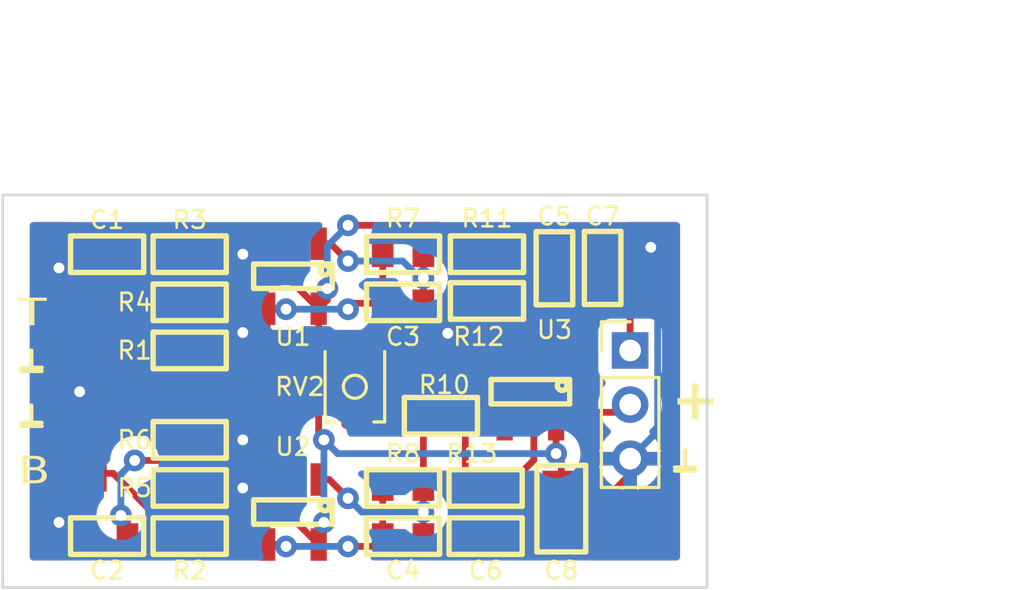
<source format=kicad_pcb>
(kicad_pcb (version 20221018) (generator pcbnew)
  (title_block (title "Piezo-pickup impedance converter, split pickup") (date "2024-01-30") (rev "2") (company "Thiadmer Riemersma"))
  (layers (0 "F.Cu" signal) (31 "B.Cu" signal) (34 "B.Paste" user) (35 "F.Paste" user) (36 "B.SilkS" user "B.Silkscreen") (37 "F.SilkS" user "F.Silkscreen") (38 "B.Mask" user) (39 "F.Mask" user) (44 "Edge.Cuts" user))
  (net 0 "")
  (net 1 "GND")
  (net 2 "Net-(U1-+)")
  (net 3 "Net-(U2-+)")
  (net 4 "Net-(U1--)")
  (net 5 "Net-(C3-Pad2)")
  (net 6 "Net-(J3-Pin_1)")
  (net 7 "+9V")
  (net 8 "Net-(U2--)")
  (net 9 "Net-(C4-Pad2)")
  (net 10 "Net-(U3-+)")
  (net 11 "Net-(C6-Pad2)")
  (net 12 "Net-(U3--)")
  (net 13 "Net-(J4-Pin_1)")
  (net 14 "Net-(J5-Pin_1)")
  (footprint "VisualPlace:0603" (layer "F.Cu") (at 120.142 91.694 90)
    (fp_text reference "C7" (at 1.905 0 180) (layer "F.SilkS") (effects (font (size 0.65 0.65) (thickness 0.0975))))
    (fp_text value "1u" hide)
    (fp_line (start -1.35 -0.675) (end 1.35 -0.675) (stroke (width 0.2)) (layer "F.SilkS"))
    (fp_line (start -1.35 0.675) (end -1.35 -0.675) (stroke (width 0.2)) (layer "F.SilkS"))
    (fp_line (start 1.35 -0.675) (end 1.35 0.675) (stroke (width 0.2)) (layer "F.SilkS"))
    (fp_line (start 1.35 0.675) (end -1.35 0.675) (stroke (width 0.2)) (layer "F.SilkS"))
    (pad "1" smd rect (at -0.75 0 90) (size 0.8 0.95) (layers "F.Cu" "F.Paste" "F.Mask") (net 11 "Net-(C6-Pad2)"))
    (pad "2" smd rect (at 0.75 0 90) (size 0.8 0.95) (layers "F.Cu" "F.Paste" "F.Mask") (net 14 "Net-(J5-Pin_1)"))
  )
  (footprint "VisualPlace:0603" (layer "F.Cu") (at 112.776 92.964)
    (fp_text reference "C3" (at 0 1.27) (layer "F.SilkS") (effects (font (size 0.65 0.65) (thickness 0.0975))))
    (fp_text value "39p" hide)
    (fp_line (start -1.35 -0.675) (end 1.35 -0.675) (stroke (width 0.2)) (layer "F.SilkS"))
    (fp_line (start -1.35 0.675) (end -1.35 -0.675) (stroke (width 0.2)) (layer "F.SilkS"))
    (fp_line (start 1.35 -0.675) (end 1.35 0.675) (stroke (width 0.2)) (layer "F.SilkS"))
    (fp_line (start 1.35 0.675) (end -1.35 0.675) (stroke (width 0.2)) (layer "F.SilkS"))
    (pad "1" smd rect (at -0.75 0) (size 0.8 0.95) (layers "F.Cu" "F.Paste" "F.Mask") (net 4 "Net-(U1--)"))
    (pad "2" smd rect (at 0.75 0) (size 0.8 0.95) (layers "F.Cu" "F.Paste" "F.Mask") (net 5 "Net-(C3-Pad2)"))
  )
  (footprint "VisualPlace:SOT23-5" (layer "F.Cu") (at 108.712 100.711 -90)
    (fp_text reference "U2" (at -2.413 0 -180) (layer "F.SilkS") (effects (font (size 0.65 0.65) (thickness 0.0975))))
    (fp_text value "OPA1677" hide)
    (fp_line (start -0.45 -1.45) (end 0.45 -1.45) (stroke (width 0.2)) (layer "F.SilkS"))
    (fp_line (start -0.45 1.45) (end -0.45 -1.45) (stroke (width 0.2)) (layer "F.SilkS"))
    (fp_line (start 0.45 -1.45) (end 0.45 1.45) (stroke (width 0.2)) (layer "F.SilkS"))
    (fp_line (start 0.45 1.45) (end -0.45 1.45) (stroke (width 0.2)) (layer "F.SilkS"))
    (fp_circle (center -0.225 -1.175) (end -0.3 -1.15) (stroke (width 0.2)) (fill none) (layer "F.SilkS"))
    (pad "1" smd rect (at -1.2 -0.95 270) (size 1.2 0.6) (layers "F.Cu" "F.Paste" "F.Mask") (net 9 "Net-(C4-Pad2)"))
    (pad "2" smd rect (at -1.2 0 270) (size 1.2 0.6) (layers "F.Cu" "F.Paste" "F.Mask") (net 1 "GND"))
    (pad "3" smd rect (at -1.2 0.95 270) (size 1.2 0.6) (layers "F.Cu" "F.Paste" "F.Mask") (net 3 "Net-(U2-+)"))
    (pad "4" smd rect (at 1.2 0.95 270) (size 1.2 0.6) (layers "F.Cu" "F.Paste" "F.Mask") (net 8 "Net-(U2--)"))
    (pad "5" smd rect (at 1.2 -0.95 270) (size 1.2 0.6) (layers "F.Cu" "F.Paste" "F.Mask") (net 7 "+9V"))
  )
  (footprint "VisualPlace:0603" (layer "F.Cu") (at 115.824 101.6)
    (fp_text reference "C6" (at 0 1.27) (layer "F.SilkS") (effects (font (size 0.65 0.65) (thickness 0.0975))))
    (fp_text value "100p" hide)
    (fp_line (start -1.35 -0.675) (end 1.35 -0.675) (stroke (width 0.2)) (layer "F.SilkS"))
    (fp_line (start -1.35 0.675) (end -1.35 -0.675) (stroke (width 0.2)) (layer "F.SilkS"))
    (fp_line (start 1.35 -0.675) (end 1.35 0.675) (stroke (width 0.2)) (layer "F.SilkS"))
    (fp_line (start 1.35 0.675) (end -1.35 0.675) (stroke (width 0.2)) (layer "F.SilkS"))
    (pad "1" smd rect (at -0.75 0) (size 0.8 0.95) (layers "F.Cu" "F.Paste" "F.Mask") (net 12 "Net-(U3--)"))
    (pad "2" smd rect (at 0.75 0) (size 0.8 0.95) (layers "F.Cu" "F.Paste" "F.Mask") (net 11 "Net-(C6-Pad2)"))
  )
  (footprint "TrimPots:TC42" (layer "F.Cu") (at 110.998 96.082 -90)
    (fp_text reference "RV2" (at 0 2.032 unlocked) (layer "F.SilkS") (effects (font (size 0.65 0.65) (thickness 0.1))))
    (fp_text value "20k" hide)
    (fp_line (start -1.3 -1.1) (end 1.3 -1.1) (stroke (width 0.12)) (layer "F.SilkS"))
    (fp_line (start 1.3 -1.1) (end 1.3 -0.8) (stroke (width 0.12)) (layer "F.SilkS"))
    (fp_line (start 1.3 -0.8) (end 1.3 -0.7) (stroke (width 0.12)) (layer "F.SilkS"))
    (fp_line (start 1.3 0.7) (end 1.3 1.1) (stroke (width 0.12)) (layer "F.SilkS"))
    (fp_line (start 1.3 1.1) (end -1.3 1.1) (stroke (width 0.12)) (layer "F.SilkS"))
    (fp_circle (center 0 0) (end 0.3 0.3) (stroke (width 0.12)) (fill none) (layer "F.SilkS"))
    (pad "1" smd roundrect (at -1.4 -0.6 270) (size 0.8 0.7) (layers "F.Cu" "F.Paste" "F.Mask") (net 5 "Net-(C3-Pad2)"))
    (pad "2" smd roundrect (at 1.2 0 270) (size 0.7 1) (layers "F.Cu" "F.Paste" "F.Mask") (net 12 "Net-(U3--)"))
    (pad "3" smd roundrect (at -1.4 0.6 270) (size 0.8 0.7) (layers "F.Cu" "F.Paste" "F.Mask"))
  )
  (footprint "VisualPlace:0603" (layer "F.Cu") (at 112.776 91.186)
    (fp_text reference "R7" (at 0 -1.325) (layer "F.SilkS") (effects (font (size 0.65 0.65) (thickness 0.0975))))
    (fp_text value "1M" hide)
    (fp_line (start -1.35 -0.675) (end 1.35 -0.675) (stroke (width 0.2)) (layer "F.SilkS"))
    (fp_line (start -1.35 0.675) (end -1.35 -0.675) (stroke (width 0.2)) (layer "F.SilkS"))
    (fp_line (start 1.35 -0.675) (end 1.35 0.675) (stroke (width 0.2)) (layer "F.SilkS"))
    (fp_line (start 1.35 0.675) (end -1.35 0.675) (stroke (width 0.2)) (layer "F.SilkS"))
    (pad "1" smd rect (at -0.75 0) (size 0.8 0.95) (layers "F.Cu" "F.Paste" "F.Mask") (net 4 "Net-(U1--)"))
    (pad "2" smd rect (at 0.75 0) (size 0.8 0.95) (layers "F.Cu" "F.Paste" "F.Mask") (net 5 "Net-(C3-Pad2)"))
  )
  (footprint "VisualPlace:SOT23-5" (layer "F.Cu") (at 117.475 96.266 -90)
    (fp_text reference "U3" (at -2.286 -0.889 -180) (layer "F.SilkS") (effects (font (size 0.65 0.65) (thickness 0.0975))))
    (fp_text value "OPA1677" hide)
    (fp_line (start -0.45 -1.45) (end 0.45 -1.45) (stroke (width 0.2)) (layer "F.SilkS"))
    (fp_line (start -0.45 1.45) (end -0.45 -1.45) (stroke (width 0.2)) (layer "F.SilkS"))
    (fp_line (start 0.45 -1.45) (end 0.45 1.45) (stroke (width 0.2)) (layer "F.SilkS"))
    (fp_line (start 0.45 1.45) (end -0.45 1.45) (stroke (width 0.2)) (layer "F.SilkS"))
    (fp_circle (center -0.225 -1.175) (end -0.3 -1.15) (stroke (width 0.2)) (fill none) (layer "F.SilkS"))
    (pad "1" smd rect (at -1.2 -0.95 270) (size 1.2 0.6) (layers "F.Cu" "F.Paste" "F.Mask") (net 11 "Net-(C6-Pad2)"))
    (pad "2" smd rect (at -1.2 0 270) (size 1.2 0.6) (layers "F.Cu" "F.Paste" "F.Mask") (net 1 "GND"))
    (pad "3" smd rect (at -1.2 0.95 270) (size 1.2 0.6) (layers "F.Cu" "F.Paste" "F.Mask") (net 10 "Net-(U3-+)"))
    (pad "4" smd rect (at 1.2 0.95 270) (size 1.2 0.6) (layers "F.Cu" "F.Paste" "F.Mask") (net 12 "Net-(U3--)"))
    (pad "5" smd rect (at 1.2 -0.95 270) (size 1.2 0.6) (layers "F.Cu" "F.Paste" "F.Mask") (net 7 "+9V"))
  )
  (footprint "VisualPlace:0603" (layer "F.Cu") (at 104.902 92.964)
    (fp_text reference "R4" (at -2.032 0) (layer "F.SilkS") (effects (font (size 0.65 0.65) (thickness 0.0975))))
    (fp_text value "47k" hide)
    (fp_line (start -1.35 -0.675) (end 1.35 -0.675) (stroke (width 0.2)) (layer "F.SilkS"))
    (fp_line (start -1.35 0.675) (end -1.35 -0.675) (stroke (width 0.2)) (layer "F.SilkS"))
    (fp_line (start 1.35 -0.675) (end 1.35 0.675) (stroke (width 0.2)) (layer "F.SilkS"))
    (fp_line (start 1.35 0.675) (end -1.35 0.675) (stroke (width 0.2)) (layer "F.SilkS"))
    (pad "1" smd rect (at -0.75 0) (size 0.8 0.95) (layers "F.Cu" "F.Paste" "F.Mask") (net 2 "Net-(U1-+)"))
    (pad "2" smd rect (at 0.75 0) (size 0.8 0.95) (layers "F.Cu" "F.Paste" "F.Mask") (net 1 "GND"))
  )
  (footprint "VisualPlace:0603" (layer "F.Cu") (at 101.854 91.186 180)
    (fp_text reference "C1" (at 0 1.27 180) (layer "F.SilkS") (effects (font (size 0.65 0.65) (thickness 0.0975))))
    (fp_text value "220n" hide)
    (fp_line (start -1.35 -0.675) (end 1.35 -0.675) (stroke (width 0.2)) (layer "F.SilkS"))
    (fp_line (start -1.35 0.675) (end -1.35 -0.675) (stroke (width 0.2)) (layer "F.SilkS"))
    (fp_line (start 1.35 -0.675) (end 1.35 0.675) (stroke (width 0.2)) (layer "F.SilkS"))
    (fp_line (start 1.35 0.675) (end -1.35 0.675) (stroke (width 0.2)) (layer "F.SilkS"))
    (pad "1" smd rect (at -0.75 0 180) (size 0.8 0.95) (layers "F.Cu" "F.Paste" "F.Mask") (net 2 "Net-(U1-+)"))
    (pad "2" smd rect (at 0.75 0 180) (size 0.8 0.95) (layers "F.Cu" "F.Paste" "F.Mask") (net 1 "GND"))
  )
  (footprint "VisualPlace:SOT23-5" (layer "F.Cu") (at 108.712 92 -90)
    (fp_text reference "U1" (at 2.234 0 -180) (layer "F.SilkS") (effects (font (size 0.65 0.65) (thickness 0.0975))))
    (fp_text value "OPA1677" hide)
    (fp_line (start -0.45 -1.45) (end 0.45 -1.45) (stroke (width 0.2)) (layer "F.SilkS"))
    (fp_line (start -0.45 1.45) (end -0.45 -1.45) (stroke (width 0.2)) (layer "F.SilkS"))
    (fp_line (start 0.45 -1.45) (end 0.45 1.45) (stroke (width 0.2)) (layer "F.SilkS"))
    (fp_line (start 0.45 1.45) (end -0.45 1.45) (stroke (width 0.2)) (layer "F.SilkS"))
    (fp_circle (center -0.225 -1.175) (end -0.3 -1.15) (stroke (width 0.2)) (fill none) (layer "F.SilkS"))
    (pad "1" smd rect (at -1.2 -0.95 270) (size 1.2 0.6) (layers "F.Cu" "F.Paste" "F.Mask") (net 5 "Net-(C3-Pad2)"))
    (pad "2" smd rect (at -1.2 0 270) (size 1.2 0.6) (layers "F.Cu" "F.Paste" "F.Mask") (net 1 "GND"))
    (pad "3" smd rect (at -1.2 0.95 270) (size 1.2 0.6) (layers "F.Cu" "F.Paste" "F.Mask") (net 2 "Net-(U1-+)"))
    (pad "4" smd rect (at 1.2 0.95 270) (size 1.2 0.6) (layers "F.Cu" "F.Paste" "F.Mask") (net 4 "Net-(U1--)"))
    (pad "5" smd rect (at 1.2 -0.95 270) (size 1.2 0.6) (layers "F.Cu" "F.Paste" "F.Mask") (net 7 "+9V"))
  )
  (footprint "VisualPlace:0603" (layer "F.Cu") (at 104.902 98.044)
    (fp_text reference "R6" (at -2.032 0) (layer "F.SilkS") (effects (font (size 0.65 0.65) (thickness 0.0975))))
    (fp_text value "47k" hide)
    (fp_line (start -1.35 -0.675) (end 1.35 -0.675) (stroke (width 0.2)) (layer "F.SilkS"))
    (fp_line (start -1.35 0.675) (end -1.35 -0.675) (stroke (width 0.2)) (layer "F.SilkS"))
    (fp_line (start 1.35 -0.675) (end 1.35 0.675) (stroke (width 0.2)) (layer "F.SilkS"))
    (fp_line (start 1.35 0.675) (end -1.35 0.675) (stroke (width 0.2)) (layer "F.SilkS"))
    (pad "1" smd rect (at -0.75 0) (size 0.8 0.95) (layers "F.Cu" "F.Paste" "F.Mask") (net 3 "Net-(U2-+)"))
    (pad "2" smd rect (at 0.75 0) (size 0.8 0.95) (layers "F.Cu" "F.Paste" "F.Mask") (net 1 "GND"))
  )
  (footprint "VisualPlace:0603" (layer "F.Cu") (at 104.902 94.742)
    (fp_text reference "R1" (at -2.032 0) (layer "F.SilkS") (effects (font (size 0.65 0.65) (thickness 0.0975))))
    (fp_text value "1M" hide)
    (fp_line (start -1.35 -0.675) (end 1.35 -0.675) (stroke (width 0.2)) (layer "F.SilkS"))
    (fp_line (start -1.35 0.675) (end -1.35 -0.675) (stroke (width 0.2)) (layer "F.SilkS"))
    (fp_line (start 1.35 -0.675) (end 1.35 0.675) (stroke (width 0.2)) (layer "F.SilkS"))
    (fp_line (start 1.35 0.675) (end -1.35 0.675) (stroke (width 0.2)) (layer "F.SilkS"))
    (pad "1" smd rect (at -0.75 0) (size 0.8 0.95) (layers "F.Cu" "F.Paste" "F.Mask") (net 6 "Net-(J3-Pin_1)"))
    (pad "2" smd rect (at 0.75 0) (size 0.8 0.95) (layers "F.Cu" "F.Paste" "F.Mask") (net 4 "Net-(U1--)"))
  )
  (footprint "VisualPlace:0603" (layer "F.Cu") (at 115.824 99.822)
    (fp_text reference "R13" (at -0.508 -1.27) (layer "F.SilkS") (effects (font (size 0.65 0.65) (thickness 0.0975))))
    (fp_text value "47k" hide)
    (fp_line (start -1.35 -0.675) (end 1.35 -0.675) (stroke (width 0.2)) (layer "F.SilkS"))
    (fp_line (start -1.35 0.675) (end -1.35 -0.675) (stroke (width 0.2)) (layer "F.SilkS"))
    (fp_line (start 1.35 -0.675) (end 1.35 0.675) (stroke (width 0.2)) (layer "F.SilkS"))
    (fp_line (start 1.35 0.675) (end -1.35 0.675) (stroke (width 0.2)) (layer "F.SilkS"))
    (pad "1" smd rect (at -0.75 0) (size 0.8 0.95) (layers "F.Cu" "F.Paste" "F.Mask") (net 12 "Net-(U3--)"))
    (pad "2" smd rect (at 0.75 0) (size 0.8 0.95) (layers "F.Cu" "F.Paste" "F.Mask") (net 11 "Net-(C6-Pad2)"))
  )
  (footprint "VisualPlace:0603" (layer "F.Cu") (at 118.364 91.706 -90)
    (fp_text reference "C5" (at -1.917 0) (layer "F.SilkS") (effects (font (size 0.65 0.65) (thickness 0.0975))))
    (fp_text value "220n" hide)
    (fp_line (start -1.35 -0.675) (end 1.35 -0.675) (stroke (width 0.2)) (layer "F.SilkS"))
    (fp_line (start -1.35 0.675) (end -1.35 -0.675) (stroke (width 0.2)) (layer "F.SilkS"))
    (fp_line (start 1.35 -0.675) (end 1.35 0.675) (stroke (width 0.2)) (layer "F.SilkS"))
    (fp_line (start 1.35 0.675) (end -1.35 0.675) (stroke (width 0.2)) (layer "F.SilkS"))
    (pad "1" smd rect (at -0.75 0 270) (size 0.8 0.95) (layers "F.Cu" "F.Paste" "F.Mask") (net 10 "Net-(U3-+)"))
    (pad "2" smd rect (at 0.75 0 270) (size 0.8 0.95) (layers "F.Cu" "F.Paste" "F.Mask") (net 1 "GND"))
  )
  (footprint "VisualPlace:0603" (layer "F.Cu") (at 104.902 91.186 180)
    (fp_text reference "R3" (at 0 1.27) (layer "F.SilkS") (effects (font (size 0.65 0.65) (thickness 0.0975))))
    (fp_text value "47k" hide)
    (fp_line (start -1.35 -0.675) (end 1.35 -0.675) (stroke (width 0.2)) (layer "F.SilkS"))
    (fp_line (start -1.35 0.675) (end -1.35 -0.675) (stroke (width 0.2)) (layer "F.SilkS"))
    (fp_line (start 1.35 -0.675) (end 1.35 0.675) (stroke (width 0.2)) (layer "F.SilkS"))
    (fp_line (start 1.35 0.675) (end -1.35 0.675) (stroke (width 0.2)) (layer "F.SilkS"))
    (pad "1" smd rect (at -0.75 0 180) (size 0.8 0.95) (layers "F.Cu" "F.Paste" "F.Mask") (net 7 "+9V"))
    (pad "2" smd rect (at 0.75 0 180) (size 0.8 0.95) (layers "F.Cu" "F.Paste" "F.Mask") (net 2 "Net-(U1-+)"))
  )
  (footprint "VisualPlace:0603" (layer "F.Cu") (at 114.173 97.155)
    (fp_text reference "R10" (at 0.127 -1.143) (layer "F.SilkS") (effects (font (size 0.65 0.65) (thickness 0.0975))))
    (fp_text value "10k" hide)
    (fp_line (start -1.35 -0.675) (end 1.35 -0.675) (stroke (width 0.2)) (layer "F.SilkS"))
    (fp_line (start -1.35 0.675) (end -1.35 -0.675) (stroke (width 0.2)) (layer "F.SilkS"))
    (fp_line (start 1.35 -0.675) (end 1.35 0.675) (stroke (width 0.2)) (layer "F.SilkS"))
    (fp_line (start 1.35 0.675) (end -1.35 0.675) (stroke (width 0.2)) (layer "F.SilkS"))
    (pad "1" smd rect (at -0.75 0) (size 0.8 0.95) (layers "F.Cu" "F.Paste" "F.Mask") (net 9 "Net-(C4-Pad2)"))
    (pad "2" smd rect (at 0.75 0) (size 0.8 0.95) (layers "F.Cu" "F.Paste" "F.Mask") (net 12 "Net-(U3--)"))
  )
  (footprint "VisualPlace:0603" (layer "F.Cu") (at 112.776 99.822)
    (fp_text reference "R8" (at 0 -1.27) (layer "F.SilkS") (effects (font (size 0.65 0.65) (thickness 0.0975))))
    (fp_text value "1M" hide)
    (fp_line (start -1.35 -0.675) (end 1.35 -0.675) (stroke (width 0.2)) (layer "F.SilkS"))
    (fp_line (start -1.35 0.675) (end -1.35 -0.675) (stroke (width 0.2)) (layer "F.SilkS"))
    (fp_line (start 1.35 -0.675) (end 1.35 0.675) (stroke (width 0.2)) (layer "F.SilkS"))
    (fp_line (start 1.35 0.675) (end -1.35 0.675) (stroke (width 0.2)) (layer "F.SilkS"))
    (pad "1" smd rect (at -0.75 0) (size 0.8 0.95) (layers "F.Cu" "F.Paste" "F.Mask") (net 8 "Net-(U2--)"))
    (pad "2" smd rect (at 0.75 0) (size 0.8 0.95) (layers "F.Cu" "F.Paste" "F.Mask") (net 9 "Net-(C4-Pad2)"))
  )
  (footprint "Connector_PinHeader_2.00mm:PinHeader_1x02_P2.00mm_Vertical" (layer "F.Cu") (at 100.838 99.282 180)
    (fp_text reference "J4" hide)
    (fp_text value "piezo" hide)
    (pad "1" smd rect (at 0 0 180) (size 2 1.35) (layers "F.Cu" "F.Paste" "F.Mask") (net 13 "Net-(J4-Pin_1)"))
    (pad "2" smd rect (at 0 2 180) (size 2 1.35) (layers "F.Cu" "F.Paste" "F.Mask") (net 1 "GND"))
  )
  (footprint "VisualPlace:0603" (layer "F.Cu") (at 115.8748 92.9132 180)
    (fp_text reference "R12" (at 0.3048 -1.3208) (layer "F.SilkS") (effects (font (size 0.65 0.65) (thickness 0.0975))))
    (fp_text value "47k" hide)
    (fp_line (start -1.35 -0.675) (end 1.35 -0.675) (stroke (width 0.2)) (layer "F.SilkS"))
    (fp_line (start -1.35 0.675) (end -1.35 -0.675) (stroke (width 0.2)) (layer "F.SilkS"))
    (fp_line (start 1.35 -0.675) (end 1.35 0.675) (stroke (width 0.2)) (layer "F.SilkS"))
    (fp_line (start 1.35 0.675) (end -1.35 0.675) (stroke (width 0.2)) (layer "F.SilkS"))
    (pad "1" smd rect (at -0.75 0 180) (size 0.8 0.95) (layers "F.Cu" "F.Paste" "F.Mask") (net 10 "Net-(U3-+)"))
    (pad "2" smd rect (at 0.75 0 180) (size 0.8 0.95) (layers "F.Cu" "F.Paste" "F.Mask") (net 1 "GND"))
  )
  (footprint "VisualPlace:0603" (layer "F.Cu") (at 104.902 101.6)
    (fp_text reference "R2" (at 0 1.27) (layer "F.SilkS") (effects (font (size 0.65 0.65) (thickness 0.0975))))
    (fp_text value "1M" hide)
    (fp_line (start -1.35 -0.675) (end 1.35 -0.675) (stroke (width 0.2)) (layer "F.SilkS"))
    (fp_line (start -1.35 0.675) (end -1.35 -0.675) (stroke (width 0.2)) (layer "F.SilkS"))
    (fp_line (start 1.35 -0.675) (end 1.35 0.675) (stroke (width 0.2)) (layer "F.SilkS"))
    (fp_line (start 1.35 0.675) (end -1.35 0.675) (stroke (width 0.2)) (layer "F.SilkS"))
    (pad "1" smd rect (at -0.75 0) (size 0.8 0.95) (layers "F.Cu" "F.Paste" "F.Mask") (net 13 "Net-(J4-Pin_1)"))
    (pad "2" smd rect (at 0.75 0) (size 0.8 0.95) (layers "F.Cu" "F.Paste" "F.Mask") (net 8 "Net-(U2--)"))
  )
  (footprint "VisualPlace:0603" (layer "F.Cu") (at 112.776 101.6)
    (fp_text reference "C4" (at 0 1.27) (layer "F.SilkS") (effects (font (size 0.65 0.65) (thickness 0.0975))))
    (fp_text value "100p" hide)
    (fp_line (start -1.35 -0.675) (end 1.35 -0.675) (stroke (width 0.2)) (layer "F.SilkS"))
    (fp_line (start -1.35 0.675) (end -1.35 -0.675) (stroke (width 0.2)) (layer "F.SilkS"))
    (fp_line (start 1.35 -0.675) (end 1.35 0.675) (stroke (width 0.2)) (layer "F.SilkS"))
    (fp_line (start 1.35 0.675) (end -1.35 0.675) (stroke (width 0.2)) (layer "F.SilkS"))
    (pad "1" smd rect (at -0.75 0) (size 0.8 0.95) (layers "F.Cu" "F.Paste" "F.Mask") (net 8 "Net-(U2--)"))
    (pad "2" smd rect (at 0.75 0) (size 0.8 0.95) (layers "F.Cu" "F.Paste" "F.Mask") (net 9 "Net-(C4-Pad2)"))
  )
  (footprint "VisualPlace:0603" (layer "F.Cu") (at 101.854 101.6 180)
    (fp_text reference "C2" (at 0 -1.27 180) (layer "F.SilkS") (effects (font (size 0.65 0.65) (thickness 0.0975))))
    (fp_text value "220n" hide)
    (fp_line (start -1.35 -0.675) (end 1.35 -0.675) (stroke (width 0.2)) (layer "F.SilkS"))
    (fp_line (start -1.35 0.675) (end -1.35 -0.675) (stroke (width 0.2)) (layer "F.SilkS"))
    (fp_line (start 1.35 -0.675) (end 1.35 0.675) (stroke (width 0.2)) (layer "F.SilkS"))
    (fp_line (start 1.35 0.675) (end -1.35 0.675) (stroke (width 0.2)) (layer "F.SilkS"))
    (pad "1" smd rect (at -0.75 0 180) (size 0.8 0.95) (layers "F.Cu" "F.Paste" "F.Mask") (net 3 "Net-(U2-+)"))
    (pad "2" smd rect (at 0.75 0 180) (size 0.8 0.95) (layers "F.Cu" "F.Paste" "F.Mask") (net 1 "GND"))
  )
  (footprint "Connector_PinHeader_2.00mm:PinHeader_1x03_P2.00mm_Vertical" (layer "F.Cu") (at 121.158 94.742)
    (fp_text reference "J5" hide)
    (fp_text value "output" hide)
    (fp_line (start -1.06 -1.06) (end 0 -1.06) (stroke (width 0.12)) (layer "F.SilkS"))
    (fp_line (start -1.06 0) (end -1.06 -1.06) (stroke (width 0.12)) (layer "F.SilkS"))
    (fp_line (start -1.06 1) (end -1.06 5.06) (stroke (width 0.12)) (layer "F.SilkS"))
    (fp_line (start -1.06 1) (end 1.06 1) (stroke (width 0.12)) (layer "F.SilkS"))
    (fp_line (start -1.06 5.06) (end 1.06 5.06) (stroke (width 0.12)) (layer "F.SilkS"))
    (fp_line (start 1.06 1) (end 1.06 5.06) (stroke (width 0.12)) (layer "F.SilkS"))
    (pad "1" thru_hole rect (at 0 0) (size 1.35 1.35) (drill 0.8) (layers "*.Cu" "*.Mask") (net 14 "Net-(J5-Pin_1)"))
    (pad "2" thru_hole oval (at 0 2) (size 1.35 1.35) (drill 0.8) (layers "*.Cu" "*.Mask") (net 7 "+9V"))
    (pad "3" thru_hole oval (at 0 4) (size 1.35 1.35) (drill 0.8) (layers "*.Cu" "*.Mask") (net 1 "GND"))
  )
  (footprint "VisualPlace:0603" (layer "F.Cu") (at 104.902 99.822 180)
    (fp_text reference "R5" (at 2.032 0) (layer "F.SilkS") (effects (font (size 0.65 0.65) (thickness 0.0975))))
    (fp_text value "47k" hide)
    (fp_line (start -1.35 -0.675) (end 1.35 -0.675) (stroke (width 0.2)) (layer "F.SilkS"))
    (fp_line (start -1.35 0.675) (end -1.35 -0.675) (stroke (width 0.2)) (layer "F.SilkS"))
    (fp_line (start 1.35 -0.675) (end 1.35 0.675) (stroke (width 0.2)) (layer "F.SilkS"))
    (fp_line (start 1.35 0.675) (end -1.35 0.675) (stroke (width 0.2)) (layer "F.SilkS"))
    (pad "1" smd rect (at -0.75 0 180) (size 0.8 0.95) (layers "F.Cu" "F.Paste" "F.Mask") (net 7 "+9V"))
    (pad "2" smd rect (at 0.75 0 180) (size 0.8 0.95) (layers "F.Cu" "F.Paste" "F.Mask") (net 3 "Net-(U2-+)"))
  )
  (footprint "VisualPlace:0805" (layer "F.Cu") (at 118.618 100.584 -90)
    (fp_text reference "C8" (at 2.286 0 -180) (layer "F.SilkS") (effects (font (size 0.65 0.65) (thickness 0.0975))))
    (fp_text value "4u7" hide)
    (fp_line (start -1.6 -0.9) (end 1.6 -0.9) (stroke (width 0.2)) (layer "F.SilkS"))
    (fp_line (start -1.6 0.9) (end -1.6 -0.9) (stroke (width 0.2)) (layer "F.SilkS"))
    (fp_line (start 1.6 -0.9) (end 1.6 0.9) (stroke (width 0.2)) (layer "F.SilkS"))
    (fp_line (start 1.6 0.9) (end -1.6 0.9) (stroke (width 0.2)) (layer "F.SilkS"))
    (pad "1" smd rect (at -0.95 0 270) (size 0.9 1.4) (layers "F.Cu" "F.Paste" "F.Mask") (net 7 "+9V"))
    (pad "2" smd rect (at 0.95 0 270) (size 0.9 1.4) (layers "F.Cu" "F.Paste" "F.Mask") (net 1 "GND"))
  )
  (footprint "Connector_PinHeader_2.00mm:PinHeader_1x02_P2.00mm_Vertical" (layer "F.Cu") (at 100.838 93.218)
    (fp_text reference "J3" hide)
    (fp_text value "piezo" hide)
    (pad "1" smd rect (at 0 0) (size 2 1.35) (layers "F.Cu" "F.Paste" "F.Mask") (net 6 "Net-(J3-Pin_1)"))
    (pad "2" smd rect (at 0 2) (size 2 1.35) (layers "F.Cu" "F.Paste" "F.Mask") (net 1 "GND"))
  )
  (footprint "VisualPlace:0603" (layer "F.Cu") (at 115.8748 91.186)
    (fp_text reference "R11" (at 0 -1.325) (layer "F.SilkS") (effects (font (size 0.65 0.65) (thickness 0.0975))))
    (fp_text value "47k" hide)
    (fp_line (start -1.35 -0.675) (end 1.35 -0.675) (stroke (width 0.2)) (layer "F.SilkS"))
    (fp_line (start -1.35 0.675) (end -1.35 -0.675) (stroke (width 0.2)) (layer "F.SilkS"))
    (fp_line (start 1.35 -0.675) (end 1.35 0.675) (stroke (width 0.2)) (layer "F.SilkS"))
    (fp_line (start 1.35 0.675) (end -1.35 0.675) (stroke (width 0.2)) (layer "F.SilkS"))
    (pad "1" smd rect (at -0.75 0) (size 0.8 0.95) (layers "F.Cu" "F.Paste" "F.Mask") (net 7 "+9V"))
    (pad "2" smd rect (at 0.75 0) (size 0.8 0.95) (layers "F.Cu" "F.Paste" "F.Mask") (net 10 "Net-(U3-+)"))
  )
  (gr_line (start 122.809 99.06) (end 123.571 99.06) (stroke (width 0.15)) (layer "F.SilkS"))
  (gr_line (start 98.679 97.409) (end 99.441 97.409) (stroke (width 0.15)) (layer "F.SilkS"))
  (gr_line (start 98.679 95.504) (end 99.441 95.504) (stroke (width 0.15)) (layer "F.SilkS"))
  (gr_line (start 98.679 95.377) (end 99.441 95.377) (stroke (width 0.15)) (layer "F.SilkS"))
  (gr_line (start 122.809 99.187) (end 123.571 99.187) (stroke (width 0.15)) (layer "F.SilkS"))
  (gr_line (start 98.679 97.536) (end 99.441 97.536) (stroke (width 0.15)) (layer "F.SilkS"))
  (gr_line (start 123.19 99.06) (end 123.19 98.425) (stroke (width 0.15)) (layer "F.SilkS"))
  (gr_line (start 99.06 97.409) (end 99.06 96.774) (stroke (width 0.15)) (layer "F.SilkS"))
  (gr_line (start 99.06 95.377) (end 99.06 94.742) (stroke (width 0.15)) (layer "F.SilkS"))
  (gr_line (start 124 89) (end 98 89) (stroke (width 0.1)) (layer "Edge.Cuts"))
  (gr_line (start 98 89) (end 98 103.5) (stroke (width 0.1)) (layer "Edge.Cuts"))
  (gr_line (start 98 103.5) (end 124 103.5) (stroke (width 0.1)) (layer "Edge.Cuts"))
  (gr_line (start 124 103.5) (end 124 89) (stroke (width 0.1)) (layer "Edge.Cuts"))
  (gr_text "B" (at 98.552 99.822) (layer "F.SilkS") (effects (font (size 1 1.25)) (justify left bottom)))
  (gr_text "T" (at 98.552 93.98) (layer "F.SilkS") (effects (font (size 1 1.25)) (justify left bottom)))
  (gr_text "+" (at 122.682 97.536) (layer "F.SilkS") (effects (font (size 1.5 1.5) (thickness 0.3) bold) (justify left bottom)))
  (segment (start 107.294 100.436) (end 106.862498 100.004498) (width 0.25) (layer "F.Cu") (net 1))
  (segment (start 118.364 92.456) (end 118.364 93.577) (width 0.25) (layer "F.Cu") (net 1))
  (segment (start 121.158 98.742) (end 121.158 99.314) (width 0.25) (layer "F.Cu") (net 1))
  (segment (start 107.188 91.725) (end 106.862498 91.399498) (width 0.25) (layer "F.Cu") (net 1))
  (segment (start 118.364 93.577) (end 117.475 94.466) (width 0.25) (layer "F.Cu") (net 1))
  (segment (start 100.584 101.6) (end 100.076 101.092) (width 0.25) (layer "F.Cu") (net 1))
  (segment (start 108.637 100.436) (end 107.294 100.436) (width 0.25) (layer "F.Cu") (net 1))
  (segment (start 108.712 100.361) (end 108.637 100.436) (width 0.25) (layer "F.Cu") (net 1))
  (segment (start 118.938 101.534) (end 118.618 101.534) (width 0.25) (layer "F.Cu") (net 1))
  (segment (start 117.475 95.916) (end 117.4 95.991) (width 0.25) (layer "F.Cu") (net 1))
  (segment (start 105.744904 92.964) (end 106.862498 94.081594) (width 0.25) (layer "F.Cu") (net 1))
  (segment (start 106.862498 91.399498) (end 106.862498 91.186) (width 0.25) (layer "F.Cu") (net 1))
  (segment (start 117.4 95.991) (end 116.057 95.991) (width 0.25) (layer "F.Cu") (net 1))
  (segment (start 115.050998 94.106998) (end 114.427 94.106998) (width 0.25) (layer "F.Cu") (net 1))
  (segment (start 115.648 95.582) (end 115.648 94.704) (width 0.25) (layer "F.Cu") (net 1))
  (segment (start 100.584 91.186) (end 100.076 91.694) (width 0.25) (layer "F.Cu") (net 1))
  (segment (start 105.652 98.044) (end 106.862498 98.044) (width 0.25) (layer "F.Cu") (net 1))
  (segment (start 100.838 97.282) (end 100.838 96.266) (width 0.25) (layer "F.Cu") (net 1))
  (segment (start 108.427 91.725) (end 107.188 91.725) (width 0.25) (layer "F.Cu") (net 1))
  (segment (start 108.712 99.511) (end 108.712 100.361) (width 0.25) (layer "F.Cu") (net 1))
  (segment (start 116.057 95.991) (end 115.648 95.582) (width 0.25) (layer "F.Cu") (net 1))
  (segment (start 100.838 95.218) (end 100.838 96.266) (width 0.25) (layer "F.Cu") (net 1))
  (segment (start 117.475 95.066) (end 117.475 95.916) (width 0.25) (layer "F.Cu") (net 1))
  (segment (start 108.712 91.44) (end 108.458 91.694) (width 0.25) (layer "F.Cu") (net 1))
  (segment (start 115.1248 92.9132) (end 115.1248 93.409198) (width 0.25) (layer "F.Cu") (net 1))
  (segment (start 101.104 101.6) (end 100.584 101.6) (width 0.25) (layer "F.Cu") (net 1))
  (segment (start 117.475 94.466) (end 117.475 95.066) (width 0.25) (layer "F.Cu") (net 1))
  (segment (start 115.648 94.704) (end 115.050998 94.106998) (width 0.25) (layer "F.Cu") (net 1))
  (segment (start 105.652 92.964) (end 105.744904 92.964) (width 0.25) (layer "F.Cu") (net 1))
  (segment (start 108.458 91.694) (end 108.427 91.725) (width 0.25) (layer "F.Cu") (net 1))
  (segment (start 101.104 91.186) (end 100.584 91.186) (width 0.25) (layer "F.Cu") (net 1))
  (segment (start 115.1248 93.409198) (end 114.427 94.106998) (width 0.25) (layer "F.Cu") (net 1))
  (segment (start 121.158 99.314) (end 118.938 101.534) (width 0.25) (layer "F.Cu") (net 1))
  (segment (start 108.712 90.8) (end 108.712 91.44) (width 0.25) (layer "F.Cu") (net 1))
  (segment (start 106.862498 100.004498) (end 106.862498 99.822) (width 0.25) (layer "F.Cu") (net 1))
  (via (at 114.427 94.106998) (size 0.8) (drill 0.4) (layers "F.Cu" "B.Cu") (net 1))
  (via (at 106.862498 94.081594) (size 0.8) (drill 0.4) (layers "F.Cu" "B.Cu") (net 1))
  (via (at 106.862498 98.044) (size 0.8) (drill 0.4) (layers "F.Cu" "B.Cu") (net 1))
  (via (at 106.862498 91.186) (size 0.8) (drill 0.4) (layers "F.Cu" "B.Cu") (net 1))
  (via (at 100.076 101.092) (size 0.8) (drill 0.4) (layers "F.Cu" "B.Cu") (net 1))
  (via (at 121.92 90.932) (size 0.8) (drill 0.4) (layers "F.Cu" "B.Cu") (net 1))
  (via (at 100.076 91.694) (size 0.8) (drill 0.4) (layers "F.Cu" "B.Cu") (net 1))
  (via (at 100.838 96.266) (size 0.8) (drill 0.4) (layers "F.Cu" "B.Cu") (net 1))
  (via (at 106.862498 99.822) (size 0.8) (drill 0.4) (layers "F.Cu" "B.Cu") (net 1))
  (segment (start 121.158 98.742) (end 122.174 97.726) (width 0.25) (layer "B.Cu") (net 1))
  (segment (start 100.076 91.694) (end 100.076 95.504) (width 0.25) (layer "B.Cu") (net 1))
  (segment (start 100.076 101.092) (end 100.076 97.028) (width 0.25) (layer "B.Cu") (net 1))
  (segment (start 106.862498 94.0816) (end 106.862498 94.081594) (width 0.25) (layer "B.Cu") (net 1))
  (segment (start 100.076 97.028) (end 100.838 96.266) (width 0.25) (layer "B.Cu") (net 1))
  (segment (start 106.862498 94.0816) (end 106.862498 96) (width 0.25) (layer "B.Cu") (net 1))
  (segment (start 106.862498 96.266) (end 106.862498 98.044) (width 0.25) (layer "B.Cu") (net 1))
  (segment (start 114.426998 94.107) (end 114.427 94.106998) (width 0.25) (layer "B.Cu") (net 1))
  (segment (start 106.862498 96) (end 106.862498 96.266) (width 0.25) (layer "B.Cu") (net 1))
  (segment (start 122.174 97.726) (end 122.174 91.186) (width 0.25) (layer "B.Cu") (net 1))
  (segment (start 106.862498 91.186) (end 106.862498 94.081594) (width 0.25) (layer "B.Cu") (net 1))
  (segment (start 106.887898 94.107) (end 114.426998 94.107) (width 0.25) (layer "B.Cu") (net 1))
  (segment (start 106.862498 94.0816) (end 106.887898 94.107) (width 0.25) (layer "B.Cu") (net 1))
  (segment (start 106.862498 98.044) (end 106.862498 99.822) (width 0.25) (layer "B.Cu") (net 1))
  (segment (start 100.076 95.504) (end 100.838 96.266) (width 0.25) (layer "B.Cu") (net 1))
  (segment (start 100.838 96.266) (end 106.862498 96.266) (width 0.25) (layer "B.Cu") (net 1))
  (segment (start 122.174 91.186) (end 121.92 90.932) (width 0.25) (layer "B.Cu") (net 1))
  (segment (start 105.168 90.17) (end 104.152 91.186) (width 0.25) (layer "F.Cu") (net 2))
  (segment (start 104.152 91.186) (end 102.604 91.186) (width 0.25) (layer "F.Cu") (net 2))
  (segment (start 104.152 91.186) (end 104.152 92.964) (width 0.25) (layer "F.Cu") (net 2))
  (segment (start 107.132 90.17) (end 105.168 90.17) (width 0.25) (layer "F.Cu") (net 2))
  (segment (start 107.762 90.8) (end 107.132 90.17) (width 0.25) (layer "F.Cu") (net 2))
  (segment (start 102.604 101.08) (end 102.362 100.838) (width 0.25) (layer "F.Cu") (net 3))
  (segment (start 107.273 99.022) (end 104.19 99.022) (width 0.25) (layer "F.Cu") (net 3))
  (segment (start 102.87 98.806) (end 104.152 98.806) (width 0.25) (layer "F.Cu") (net 3))
  (segment (start 104.152 99.06) (end 104.152 98.806) (width 0.25) (layer "F.Cu") (net 3))
  (segment (start 104.19 99.022) (end 104.152 99.06) (width 0.25) (layer "F.Cu") (net 3))
  (segment (start 104.152 98.806) (end 104.152 98.044) (width 0.25) (layer "F.Cu") (net 3))
  (segment (start 102.604 101.6) (end 102.604 101.08) (width 0.25) (layer "F.Cu") (net 3))
  (segment (start 107.762 99.511) (end 107.273 99.022) (width 0.25) (layer "F.Cu") (net 3))
  (segment (start 104.152 99.822) (end 104.152 99.06) (width 0.25) (layer "F.Cu") (net 3))
  (via (at 102.87 98.806) (size 0.8) (drill 0.4) (layers "F.Cu" "B.Cu") (net 3))
  (via (at 102.362 100.838) (size 0.8) (drill 0.4) (layers "F.Cu" "B.Cu") (net 3))
  (segment (start 102.362 99.314) (end 102.87 98.806) (width 0.25) (layer "B.Cu") (net 3))
  (segment (start 102.362 100.838) (end 102.362 99.314) (width 0.25) (layer "B.Cu") (net 3))
  (segment (start 107.762 93.2) (end 108.44 93.2) (width 0.25) (layer "F.Cu") (net 4))
  (segment (start 112.026 93) (end 110.962 93) (width 0.25) (layer "F.Cu") (net 4))
  (segment (start 107.762 94.278116) (end 107.762 93.2) (width 0.25) (layer "F.Cu") (net 4))
  (segment (start 112.026 91.186) (end 112.026 93) (width 0.25) (layer "F.Cu") (net 4))
  (segment (start 108.44 93.2) (end 108.458 93.218) (width 0.25) (layer "F.Cu") (net 4))
  (segment (start 105.766602 94.856602) (end 107.183514 94.856602) (width 0.25) (layer "F.Cu") (net 4))
  (segment (start 107.183514 94.856602) (end 107.762 94.278116) (width 0.25) (layer "F.Cu") (net 4))
  (segment (start 110.962 93) (end 110.744 93.218) (width 0.25) (layer "F.Cu") (net 4))
  (segment (start 105.652 94.742) (end 105.766602 94.856602) (width 0.25) (layer "F.Cu") (net 4))
  (via (at 108.458 93.218) (size 0.8) (drill 0.4) (layers "F.Cu" "B.Cu") (net 4))
  (via (at 110.744 93.218) (size 0.8) (drill 0.4) (layers "F.Cu" "B.Cu") (net 4))
  (segment (start 108.458 93.218) (end 110.744 93.218) (width 0.25) (layer "B.Cu") (net 4))
  (segment (start 110.104 90.8) (end 110.744 91.44) (width 0.25) (layer "F.Cu") (net 5))
  (segment (start 109.662 90.8) (end 110.104 90.8) (width 0.25) (layer "F.Cu") (net 5))
  (segment (start 113.526 92.964) (end 111.808 94.682) (width 0.25) (layer "F.Cu") (net 5))
  (segment (start 111.808 94.682) (end 111.598 94.682) (width 0.25) (layer "F.Cu") (net 5))
  (segment (start 113.526 91.186) (end 113.526 93) (width 0.25) (layer "F.Cu") (net 5))
  (via (at 110.744 91.44) (size 0.8) (drill 0.4) (layers "F.Cu" "B.Cu") (net 5))
  (via (at 113.526 92.075) (size 0.8) (drill 0.4) (layers "F.Cu" "B.Cu") (net 5))
  (segment (start 112.763992 91.44) (end 113.526 92.202008) (width 0.25) (layer "B.Cu") (net 5))
  (segment (start 110.744 91.44) (end 112.763992 91.44) (width 0.25) (layer "B.Cu") (net 5))
  (segment (start 102.108 93.218) (end 103.632 94.742) (width 0.25) (layer "F.Cu") (net 6))
  (segment (start 103.632 94.742) (end 104.152 94.742) (width 0.25) (layer "F.Cu") (net 6))
  (segment (start 100.838 93.218) (end 102.108 93.218) (width 0.25) (layer "F.Cu") (net 6))
  (segment (start 109.662 93.2) (end 109.982 92.88) (width 0.25) (layer "F.Cu") (net 7))
  (segment (start 109.982 92.88) (end 109.982 92.456) (width 0.25) (layer "F.Cu") (net 7))
  (segment (start 109.662 93.2) (end 109.662 97.851) (width 0.25) (layer "F.Cu") (net 7))
  (segment (start 120.872 97.028) (end 118.863 97.028) (width 0.25) (layer "F.Cu") (net 7))
  (segment (start 108.664 92.202) (end 106.766 92.202) (width 0.25) (layer "F.Cu") (net 7))
  (segment (start 118.618 99.634) (end 118.618 98.745) (width 0.25) (layer "F.Cu") (net 7))
  (segment (start 108.637 100.886) (end 107.107604 100.886) (width 0.25) (layer "F.Cu") (net 7))
  (segment (start 118.863 97.028) (end 118.425 97.466) (width 0.25) (layer "F.Cu") (net 7))
  (segment (start 109.662 101.911) (end 108.637 100.886) (width 0.25) (layer "F.Cu") (net 7))
  (segment (start 109.662 93.2) (end 108.664 92.202) (width 0.25) (layer "F.Cu") (net 7))
  (segment (start 114.058 90.1192) (end 110.744 90.1192) (width 0.25) (layer "F.Cu") (net 7))
  (segment (start 106.818604 100.597) (end 106.427 100.597) (width 0.25) (layer "F.Cu") (net 7))
  (segment (start 109.662 101.911) (end 109.662 101.285) (width 0.25) (layer "F.Cu") (net 7))
  (segment (start 115.1248 91.186) (end 114.058 90.1192) (width 0.25) (layer "F.Cu") (net 7))
  (segment (start 106.766 92.202) (end 105.75 91.186) (width 0.25) (layer "F.Cu") (net 7))
  (segment (start 107.107604 100.886) (end 106.818604 100.597) (width 0.25) (layer "F.Cu") (net 7))
  (segment (start 109.662 101.285) (end 109.855 101.092) (width 0.25) (layer "F.Cu") (net 7))
  (segment (start 118.425 97.466) (end 118.425 98.552) (width 0.25) (layer "F.Cu") (net 7))
  (segment (start 106.427 100.597) (end 105.652 99.822) (width 0.25) (layer "F.Cu") (net 7))
  (segment (start 118.618 98.745) (end 118.425 98.552) (width 0.25) (layer "F.Cu") (net 7))
  (segment (start 109.662 97.851) (end 109.855 98.044) (width 0.25) (layer "F.Cu") (net 7))
  (segment (start 121.158 96.742) (end 120.872 97.028) (width 0.25) (layer "F.Cu") (net 7))
  (via (at 109.855 98.044) (size 0.8) (drill 0.4) (layers "F.Cu" "B.Cu") (net 7))
  (via (at 109.982 92.456) (size 0.8) (drill 0.4) (layers "F.Cu" "B.Cu") (net 7))
  (via (at 118.425 98.552) (size 0.8) (drill 0.4) (layers "F.Cu" "B.Cu") (net 7))
  (via (at 109.855 101.092) (size 0.8) (drill 0.4) (layers "F.Cu" "B.Cu") (net 7))
  (via (at 110.744 90.1192) (size 0.8) (drill 0.4) (layers "F.Cu" "B.Cu") (net 7))
  (segment (start 110.744 90.1192) (end 109.982 90.8812) (width 0.25) (layer "B.Cu") (net 7))
  (segment (start 110.363 98.552) (end 109.855 98.044) (width 0.25) (layer "B.Cu") (net 7))
  (segment (start 109.855 101.092) (end 109.855 98.044) (width 0.25) (layer "B.Cu") (net 7))
  (segment (start 109.982 90.8812) (end 109.982 92.456) (width 0.25) (layer "B.Cu") (net 7))
  (segment (start 118.425 98.552) (end 110.363 98.552) (width 0.25) (layer "B.Cu") (net 7))
  (segment (start 105.963 101.911) (end 105.652 101.6) (width 0.25) (layer "F.Cu") (net 8))
  (segment (start 107.762 101.911) (end 105.963 101.911) (width 0.25) (layer "F.Cu") (net 8))
  (segment (start 110.744 101.981) (end 111.645 101.981) (width 0.25) (layer "F.Cu") (net 8))
  (segment (start 111.645 101.981) (end 112.026 101.6) (width 0.25) (layer "F.Cu") (net 8))
  (segment (start 108.388 101.911) (end 108.458 101.981) (width 0.25) (layer "F.Cu") (net 8))
  (segment (start 112.026 99.822) (end 112.026 101.6) (width 0.25) (layer "F.Cu") (net 8))
  (segment (start 107.762 101.911) (end 108.388 101.911) (width 0.25) (layer "F.Cu") (net 8))
  (via (at 108.458 101.981) (size 0.8) (drill 0.4) (layers "F.Cu" "B.Cu") (net 8))
  (via (at 110.744 101.981) (size 0.8) (drill 0.4) (layers "F.Cu" "B.Cu") (net 8))
  (segment (start 108.458 101.981) (end 110.744 101.981) (width 0.25) (layer "B.Cu") (net 8))
  (segment (start 113.526 99.822) (end 113.526 100.711) (width 0.25) (layer "F.Cu") (net 9))
  (segment (start 110.052 99.511) (end 110.744 100.203) (width 0.25) (layer "F.Cu") (net 9))
  (segment (start 113.526 97.258) (end 113.423 97.155) (width 0.25) (layer "F.Cu") (net 9))
  (segment (start 113.526 99.822) (end 113.526 97.258) (width 0.25) (layer "F.Cu") (net 9))
  (segment (start 113.526 100.711) (end 113.526 101.6) (width 0.25) (layer "F.Cu") (net 9))
  (segment (start 109.662 99.511) (end 110.052 99.511) (width 0.25) (layer "F.Cu") (net 9))
  (via (at 113.526 100.711) (size 0.8) (drill 0.4) (layers "F.Cu" "B.Cu") (net 9))
  (via (at 110.744 100.203) (size 0.8) (drill 0.4) (layers "F.Cu" "B.Cu") (net 9))
  (segment (start 113.526 100.711) (end 111.252 100.711) (width 0.25) (layer "B.Cu") (net 9))
  (segment (start 111.252 100.711) (end 110.744 100.203) (width 0.25) (layer "B.Cu") (net 9))
  (segment (start 116.6248 92.9132) (end 116.6248 94.9662) (width 0.25) (layer "F.Cu") (net 10))
  (segment (start 118.364 90.956) (end 116.8548 90.956) (width 0.25) (layer "F.Cu") (net 10))
  (segment (start 116.8548 90.956) (end 116.6248 91.186) (width 0.25) (layer "F.Cu") (net 10))
  (segment (start 116.6248 94.9662) (end 116.525 95.066) (width 0.25) (layer "F.Cu") (net 10))
  (segment (start 116.6248 91.186) (end 116.6248 92.9132) (width 0.25) (layer "F.Cu") (net 10))
  (segment (start 118.425 95.066) (end 118.425 95.916) (width 0.25) (layer "F.Cu") (net 11))
  (segment (start 117.602 96.739) (end 117.602 98.794) (width 0.25) (layer "F.Cu") (net 11))
  (segment (start 117.602 98.794) (end 116.574 99.822) (width 0.25) (layer "F.Cu") (net 11))
  (segment (start 118.425 95.916) (end 117.602 96.739) (width 0.25) (layer "F.Cu") (net 11))
  (segment (start 116.574 101.6) (end 116.574 99.822) (width 0.25) (layer "F.Cu") (net 11))
  (segment (start 118.425 94.681) (end 118.425 95.066) (width 0.25) (layer "F.Cu") (net 11))
  (segment (start 120.142 92.444) (end 120.142 92.964) (width 0.25) (layer "F.Cu") (net 11))
  (segment (start 120.142 92.964) (end 118.425 94.681) (width 0.25) (layer "F.Cu") (net 11))
  (segment (start 115.234 97.466) (end 114.923 97.155) (width 0.25) (layer "F.Cu") (net 12))
  (segment (start 114.923 97.155) (end 114.923 96.635) (width 0.25) (layer "F.Cu") (net 12))
  (segment (start 112.268 96.012) (end 110.998 97.282) (width 0.25) (layer "F.Cu") (net 12))
  (segment (start 115.074 99.822) (end 115.074 97.306) (width 0.25) (layer "F.Cu") (net 12))
  (segment (start 114.3 96.012) (end 112.268 96.012) (width 0.25) (layer "F.Cu") (net 12))
  (segment (start 115.074 101.6) (end 115.074 99.822) (width 0.25) (layer "F.Cu") (net 12))
  (segment (start 115.074 97.306) (end 114.923 97.155) (width 0.25) (layer "F.Cu") (net 12))
  (segment (start 114.923 96.635) (end 114.3 96.012) (width 0.25) (layer "F.Cu") (net 12))
  (segment (start 116.525 97.466) (end 115.234 97.466) (width 0.25) (layer "F.Cu") (net 12))
  (segment (start 104.152 101.6) (end 104.152 101.358) (width 0.25) (layer "F.Cu") (net 13))
  (segment (start 102.076 99.282) (end 100.838 99.282) (width 0.25) (layer "F.Cu") (net 13))
  (segment (start 104.152 101.358) (end 102.076 99.282) (width 0.25) (layer "F.Cu") (net 13))
  (segment (start 120.142 90.944) (end 120.408 90.944) (width 0.25) (layer "F.Cu") (net 14))
  (segment (start 121.158 91.694) (end 121.158 94.742) (width 0.25) (layer "F.Cu") (net 14))
  (segment (start 120.408 90.944) (end 121.158 91.694) (width 0.25) (layer "F.Cu") (net 14))
  (zone (net 1) (net_name "GND") (layers "F&B.Cu") (connect_pads (clearance 0.5)) (min_thickness 0.25) (fill yes (thermal_gap 0.5) (thermal_bridge_width 0.5))
    (polygon (pts (xy 99 102.5) (xy 123 102.5) (xy 123 90) (xy 99 90)))
  )
)
</source>
